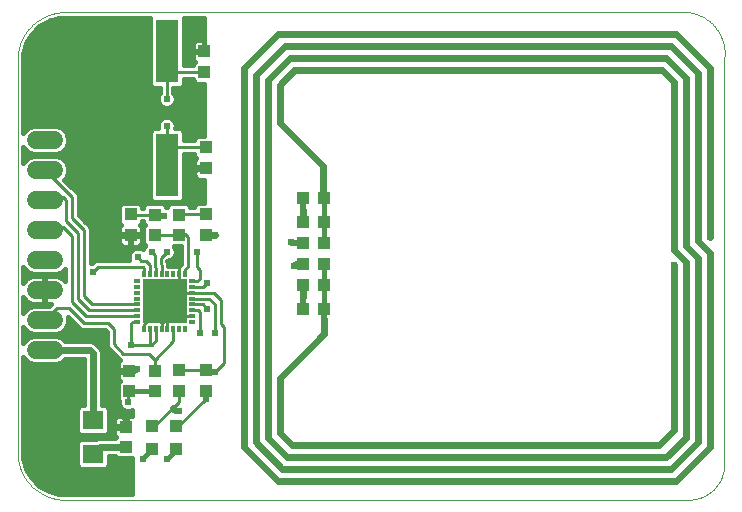
<source format=gtl>
G75*
%MOIN*%
%OFA0B0*%
%FSLAX25Y25*%
%IPPOS*%
%LPD*%
%AMOC8*
5,1,8,0,0,1.08239X$1,22.5*
%
%ADD10C,0.00000*%
%ADD11R,0.01181X0.01969*%
%ADD12R,0.01969X0.01181*%
%ADD13R,0.14567X0.14567*%
%ADD14R,0.04252X0.04134*%
%ADD15R,0.04331X0.03937*%
%ADD16R,0.07600X0.21000*%
%ADD17R,0.01693X0.01102*%
%ADD18R,0.03937X0.03937*%
%ADD19R,0.04134X0.04252*%
%ADD20C,0.06000*%
%ADD21R,0.07098X0.06299*%
%ADD22C,0.01000*%
%ADD23C,0.02381*%
%ADD24C,0.01600*%
%ADD25C,0.03169*%
%ADD26C,0.02000*%
%ADD27C,0.02400*%
D10*
X0021911Y0017616D02*
X0021911Y0148679D01*
X0021910Y0148679D02*
X0021915Y0149064D01*
X0021929Y0149450D01*
X0021953Y0149835D01*
X0021987Y0150219D01*
X0022029Y0150603D01*
X0022082Y0150985D01*
X0022143Y0151366D01*
X0022214Y0151745D01*
X0022294Y0152122D01*
X0022383Y0152498D01*
X0022482Y0152871D01*
X0022589Y0153241D01*
X0022706Y0153609D01*
X0022832Y0153974D01*
X0022966Y0154335D01*
X0023110Y0154693D01*
X0023262Y0155048D01*
X0023423Y0155399D01*
X0023592Y0155745D01*
X0023770Y0156088D01*
X0023956Y0156426D01*
X0024150Y0156759D01*
X0024353Y0157087D01*
X0024563Y0157411D01*
X0024781Y0157729D01*
X0025007Y0158041D01*
X0025241Y0158348D01*
X0025482Y0158650D01*
X0025730Y0158945D01*
X0025986Y0159234D01*
X0026249Y0159516D01*
X0026518Y0159792D01*
X0026794Y0160062D01*
X0027077Y0160324D01*
X0027366Y0160580D01*
X0027661Y0160828D01*
X0027962Y0161070D01*
X0028269Y0161303D01*
X0028582Y0161529D01*
X0028900Y0161747D01*
X0029223Y0161958D01*
X0029552Y0162160D01*
X0029885Y0162355D01*
X0030223Y0162541D01*
X0030565Y0162719D01*
X0030912Y0162888D01*
X0031263Y0163049D01*
X0031617Y0163201D01*
X0031975Y0163344D01*
X0032337Y0163479D01*
X0032702Y0163604D01*
X0033070Y0163721D01*
X0033440Y0163828D01*
X0033813Y0163927D01*
X0034188Y0164016D01*
X0034566Y0164096D01*
X0034945Y0164167D01*
X0035326Y0164229D01*
X0035708Y0164281D01*
X0036091Y0164323D01*
X0036476Y0164357D01*
X0036861Y0164381D01*
X0037246Y0164395D01*
X0037632Y0164400D01*
X0037633Y0164400D02*
X0245533Y0164400D01*
X0245533Y0164399D02*
X0245866Y0164349D01*
X0246197Y0164291D01*
X0246528Y0164225D01*
X0246856Y0164151D01*
X0247183Y0164070D01*
X0247507Y0163980D01*
X0247829Y0163882D01*
X0248149Y0163777D01*
X0248466Y0163664D01*
X0248780Y0163544D01*
X0249092Y0163416D01*
X0249400Y0163280D01*
X0249705Y0163137D01*
X0250006Y0162987D01*
X0250303Y0162829D01*
X0250597Y0162664D01*
X0250886Y0162493D01*
X0251172Y0162314D01*
X0251452Y0162128D01*
X0251729Y0161936D01*
X0252000Y0161737D01*
X0252267Y0161532D01*
X0252529Y0161320D01*
X0252785Y0161102D01*
X0253036Y0160878D01*
X0253282Y0160647D01*
X0253522Y0160411D01*
X0253756Y0160169D01*
X0253984Y0159922D01*
X0254207Y0159669D01*
X0254423Y0159411D01*
X0254632Y0159148D01*
X0254836Y0158879D01*
X0255032Y0158606D01*
X0255223Y0158329D01*
X0255406Y0158046D01*
X0255583Y0157760D01*
X0255752Y0157469D01*
X0255914Y0157174D01*
X0256070Y0156875D01*
X0256218Y0156573D01*
X0256358Y0156267D01*
X0256492Y0155958D01*
X0256617Y0155646D01*
X0256735Y0155330D01*
X0256846Y0155012D01*
X0256949Y0154692D01*
X0257044Y0154369D01*
X0257131Y0154044D01*
X0257210Y0153717D01*
X0257281Y0153388D01*
X0257345Y0153057D01*
X0257400Y0152725D01*
X0257447Y0152392D01*
X0257487Y0152057D01*
X0257518Y0151722D01*
X0257541Y0151386D01*
X0257556Y0151050D01*
X0257563Y0150713D01*
X0257561Y0150377D01*
X0257552Y0150040D01*
X0257534Y0149704D01*
X0257508Y0149368D01*
X0257475Y0149034D01*
X0257433Y0148700D01*
X0257415Y0013710D01*
X0257412Y0013425D01*
X0257402Y0013140D01*
X0257385Y0012855D01*
X0257361Y0012570D01*
X0257330Y0012286D01*
X0257293Y0012003D01*
X0257248Y0011721D01*
X0257197Y0011440D01*
X0257139Y0011161D01*
X0257074Y0010883D01*
X0257003Y0010606D01*
X0256925Y0010332D01*
X0256840Y0010059D01*
X0256748Y0009788D01*
X0256651Y0009520D01*
X0256546Y0009254D01*
X0256436Y0008991D01*
X0256319Y0008731D01*
X0256195Y0008473D01*
X0256066Y0008219D01*
X0255930Y0007968D01*
X0255788Y0007720D01*
X0255641Y0007475D01*
X0255487Y0007235D01*
X0255328Y0006998D01*
X0255163Y0006765D01*
X0254992Y0006536D01*
X0254816Y0006311D01*
X0254635Y0006091D01*
X0254448Y0005875D01*
X0254256Y0005663D01*
X0254059Y0005456D01*
X0253858Y0005255D01*
X0253651Y0005058D01*
X0253439Y0004866D01*
X0253223Y0004679D01*
X0253003Y0004498D01*
X0252778Y0004322D01*
X0252549Y0004151D01*
X0252316Y0003986D01*
X0252079Y0003827D01*
X0251839Y0003673D01*
X0251594Y0003526D01*
X0251346Y0003384D01*
X0251095Y0003248D01*
X0250841Y0003119D01*
X0250583Y0002995D01*
X0250323Y0002878D01*
X0250060Y0002768D01*
X0249794Y0002663D01*
X0249526Y0002566D01*
X0249255Y0002474D01*
X0248982Y0002389D01*
X0248708Y0002311D01*
X0248431Y0002240D01*
X0248153Y0002175D01*
X0247874Y0002117D01*
X0247593Y0002066D01*
X0247311Y0002021D01*
X0247028Y0001984D01*
X0246744Y0001953D01*
X0246459Y0001929D01*
X0246174Y0001912D01*
X0245889Y0001902D01*
X0245604Y0001899D01*
X0037628Y0001868D01*
X0037242Y0001874D01*
X0036856Y0001888D01*
X0036471Y0001913D01*
X0036087Y0001947D01*
X0035703Y0001990D01*
X0035321Y0002043D01*
X0034940Y0002105D01*
X0034560Y0002176D01*
X0034183Y0002256D01*
X0033807Y0002346D01*
X0033434Y0002445D01*
X0033064Y0002553D01*
X0032696Y0002671D01*
X0032331Y0002797D01*
X0031969Y0002932D01*
X0031611Y0003076D01*
X0031256Y0003228D01*
X0030906Y0003390D01*
X0030559Y0003559D01*
X0030217Y0003738D01*
X0029879Y0003924D01*
X0029545Y0004119D01*
X0029217Y0004322D01*
X0028894Y0004533D01*
X0028576Y0004752D01*
X0028263Y0004978D01*
X0027956Y0005212D01*
X0027655Y0005454D01*
X0027360Y0005703D01*
X0027071Y0005959D01*
X0026789Y0006222D01*
X0026513Y0006491D01*
X0026243Y0006768D01*
X0025981Y0007051D01*
X0025725Y0007340D01*
X0025477Y0007636D01*
X0025236Y0007938D01*
X0025003Y0008245D01*
X0024777Y0008558D01*
X0024559Y0008877D01*
X0024348Y0009200D01*
X0024146Y0009529D01*
X0023952Y0009863D01*
X0023766Y0010201D01*
X0023588Y0010544D01*
X0023419Y0010891D01*
X0023259Y0011242D01*
X0023107Y0011597D01*
X0022964Y0011955D01*
X0022829Y0012317D01*
X0022704Y0012682D01*
X0022587Y0013050D01*
X0022480Y0013421D01*
X0022382Y0013794D01*
X0022293Y0014170D01*
X0022213Y0014548D01*
X0022142Y0014927D01*
X0022081Y0015308D01*
X0022029Y0015691D01*
X0021987Y0016074D01*
X0021954Y0016459D01*
X0021930Y0016844D01*
X0021916Y0017230D01*
X0021911Y0017616D01*
D11*
X0063974Y0058923D03*
X0065942Y0058923D03*
X0067911Y0058923D03*
X0069879Y0058923D03*
X0071848Y0058923D03*
X0073816Y0058923D03*
X0075785Y0058923D03*
X0077753Y0058923D03*
X0077753Y0077033D03*
X0075785Y0077033D03*
X0073816Y0077033D03*
X0071848Y0077033D03*
X0069879Y0077033D03*
X0067911Y0077033D03*
X0065942Y0077033D03*
X0063974Y0077033D03*
D12*
X0061808Y0074868D03*
X0061808Y0072899D03*
X0061808Y0070931D03*
X0061808Y0068962D03*
X0061808Y0066994D03*
X0061808Y0065025D03*
X0061808Y0063057D03*
X0061808Y0061088D03*
X0079919Y0061088D03*
X0079919Y0063057D03*
X0079919Y0065025D03*
X0079919Y0066994D03*
X0079919Y0068962D03*
X0079919Y0070931D03*
X0079919Y0072899D03*
X0079919Y0074868D03*
D13*
X0070863Y0067978D03*
D14*
X0075533Y0045045D03*
X0084533Y0045045D03*
X0084533Y0038155D03*
X0075533Y0038155D03*
X0059155Y0037986D03*
X0059155Y0044876D03*
X0059533Y0090155D03*
X0059533Y0097045D03*
X0084533Y0097045D03*
X0084533Y0090155D03*
X0084655Y0112486D03*
X0084655Y0119376D03*
X0084155Y0144486D03*
X0084155Y0151376D03*
D15*
X0075533Y0096946D03*
X0067533Y0096946D03*
X0067533Y0090254D03*
X0075533Y0090254D03*
X0067533Y0044946D03*
X0067533Y0038254D03*
X0057933Y0026146D03*
X0057933Y0019454D03*
D16*
X0071655Y0113431D03*
X0071655Y0151431D03*
D17*
X0123533Y0112604D03*
X0123533Y0110596D03*
X0123933Y0060004D03*
X0123933Y0057996D03*
D18*
X0074533Y0026537D03*
X0066533Y0026537D03*
X0066533Y0018663D03*
X0074533Y0018663D03*
D19*
X0117088Y0065600D03*
X0123978Y0065600D03*
X0123978Y0073600D03*
X0117088Y0073600D03*
X0117088Y0080600D03*
X0123978Y0080600D03*
X0123978Y0087600D03*
X0117088Y0087600D03*
X0117088Y0094600D03*
X0123978Y0094600D03*
X0123978Y0102600D03*
X0117088Y0102600D03*
D20*
X0033933Y0101800D02*
X0027933Y0101800D01*
X0027933Y0091800D02*
X0033933Y0091800D01*
X0033933Y0081800D02*
X0027933Y0081800D01*
X0027933Y0071800D02*
X0033933Y0071800D01*
X0033933Y0061800D02*
X0027933Y0061800D01*
X0027933Y0051800D02*
X0033933Y0051800D01*
X0033933Y0111800D02*
X0027933Y0111800D01*
X0027933Y0121800D02*
X0033933Y0121800D01*
D21*
X0046933Y0028398D03*
X0046933Y0017202D03*
D22*
X0066533Y0026537D02*
X0067470Y0026537D01*
X0073533Y0032600D01*
X0073533Y0032400D01*
X0073533Y0032600D02*
X0075533Y0034600D01*
X0075533Y0038155D01*
X0084533Y0038155D02*
X0084533Y0035600D01*
X0075470Y0026537D01*
X0074533Y0026537D01*
X0071533Y0015663D02*
X0071533Y0015600D01*
X0058533Y0034600D02*
X0058533Y0037364D01*
X0059155Y0037986D01*
X0067533Y0044946D02*
X0067533Y0048600D01*
X0065533Y0050600D01*
X0057133Y0050600D01*
X0053933Y0053800D01*
X0053933Y0058800D01*
X0051933Y0060800D01*
X0043933Y0060800D01*
X0038933Y0065800D01*
X0034933Y0065800D01*
X0030933Y0061800D01*
X0039933Y0067800D02*
X0039933Y0089800D01*
X0036933Y0092800D01*
X0031933Y0092800D01*
X0030933Y0091800D01*
X0037933Y0094800D02*
X0037933Y0101800D01*
X0036933Y0102800D01*
X0031933Y0102800D01*
X0030933Y0101800D01*
X0037933Y0094800D02*
X0041933Y0090800D01*
X0041933Y0068800D01*
X0045707Y0065025D01*
X0061808Y0065025D01*
X0061808Y0066994D02*
X0046739Y0066994D01*
X0043933Y0069800D01*
X0043933Y0091800D01*
X0039933Y0095800D01*
X0039933Y0102800D01*
X0030933Y0111800D01*
X0059533Y0097045D02*
X0059631Y0096946D01*
X0067533Y0096946D01*
X0067879Y0096600D01*
X0070533Y0096600D01*
X0075533Y0096946D02*
X0075631Y0097045D01*
X0084533Y0097045D01*
X0077533Y0090600D02*
X0075879Y0090600D01*
X0075533Y0090254D01*
X0067533Y0090254D01*
X0066533Y0084600D02*
X0067533Y0083600D01*
X0067533Y0079600D01*
X0067911Y0079222D01*
X0067911Y0077033D01*
X0069879Y0077033D02*
X0069879Y0080254D01*
X0069533Y0080600D01*
X0069533Y0082600D01*
X0071533Y0084600D01*
X0074533Y0082600D02*
X0075785Y0081348D01*
X0075785Y0077033D01*
X0075785Y0072348D01*
X0075281Y0072348D01*
X0074533Y0071600D01*
X0074533Y0064600D01*
X0073533Y0063600D01*
X0073533Y0063057D01*
X0071989Y0063057D01*
X0071533Y0062600D01*
X0069879Y0060946D01*
X0069426Y0061400D01*
X0068533Y0061400D01*
X0068533Y0063600D01*
X0067533Y0064600D01*
X0067533Y0071600D01*
X0065942Y0077033D02*
X0065942Y0080191D01*
X0064533Y0081600D01*
X0063133Y0081600D01*
X0061933Y0082800D01*
X0063533Y0079600D02*
X0048733Y0079600D01*
X0046933Y0077800D01*
X0039933Y0067800D02*
X0044676Y0063057D01*
X0061808Y0063057D01*
X0061808Y0061088D02*
X0060021Y0061088D01*
X0059533Y0060600D01*
X0059533Y0053600D01*
X0065533Y0053600D01*
X0065942Y0054009D01*
X0065942Y0058923D01*
X0063974Y0058923D02*
X0063974Y0060441D01*
X0064933Y0061400D01*
X0068533Y0061400D01*
X0069879Y0060946D02*
X0069879Y0058923D01*
X0067911Y0058923D02*
X0067911Y0054978D01*
X0066533Y0053600D01*
X0065533Y0053600D01*
X0067533Y0048600D02*
X0073816Y0054883D01*
X0073816Y0058923D01*
X0071848Y0058923D02*
X0071848Y0062285D01*
X0071533Y0062600D01*
X0073533Y0063057D02*
X0079919Y0063057D01*
X0082107Y0065025D02*
X0082533Y0064600D01*
X0082533Y0057600D01*
X0087533Y0057600D02*
X0087533Y0067000D01*
X0085570Y0068962D01*
X0079919Y0068962D01*
X0079919Y0066994D02*
X0083539Y0066994D01*
X0084933Y0065600D01*
X0082107Y0065025D02*
X0079919Y0065025D01*
X0079919Y0070931D02*
X0077202Y0070931D01*
X0075785Y0072348D01*
X0079919Y0072899D02*
X0083832Y0072899D01*
X0084933Y0074000D01*
X0082533Y0075600D02*
X0082533Y0078600D01*
X0081533Y0079600D01*
X0081533Y0084600D01*
X0078533Y0079600D02*
X0077753Y0078820D01*
X0077753Y0077033D01*
X0078533Y0079600D02*
X0078533Y0089600D01*
X0077533Y0090600D01*
X0063974Y0079159D02*
X0063533Y0079600D01*
X0063974Y0079159D02*
X0063974Y0077033D01*
X0059533Y0085600D02*
X0059533Y0090155D01*
X0079919Y0074868D02*
X0081800Y0074868D01*
X0082533Y0075600D01*
X0079919Y0070931D02*
X0087202Y0070931D01*
X0089533Y0068600D01*
X0089533Y0060600D01*
X0090533Y0059600D01*
X0090533Y0047600D01*
X0087533Y0044600D01*
X0084978Y0044600D01*
X0084533Y0045045D01*
X0075533Y0045045D01*
X0078533Y0108600D02*
X0082419Y0112486D01*
X0084655Y0112486D01*
X0084655Y0119376D02*
X0074308Y0119376D01*
X0071533Y0116600D01*
X0071533Y0113553D01*
X0071655Y0113431D01*
X0071533Y0116600D02*
X0071533Y0126600D01*
X0071533Y0135600D02*
X0071533Y0146600D01*
X0073647Y0144486D01*
X0084155Y0144486D01*
X0084155Y0151376D02*
X0084155Y0155578D01*
X0081933Y0157800D01*
X0071655Y0151431D02*
X0071533Y0151309D01*
X0071533Y0146600D01*
D23*
X0071533Y0135600D03*
X0071533Y0126600D03*
X0078533Y0108600D03*
X0070533Y0096600D03*
X0059533Y0085600D03*
X0061933Y0082800D03*
X0066533Y0084600D03*
X0071533Y0084600D03*
X0074533Y0082600D03*
X0081533Y0084600D03*
X0087733Y0090200D03*
X0101333Y0083800D03*
X0112933Y0087800D03*
X0113933Y0079800D03*
X0117088Y0069600D03*
X0087533Y0057600D03*
X0082533Y0057600D03*
X0084933Y0065600D03*
X0084933Y0074000D03*
X0059533Y0053600D03*
X0061533Y0045600D03*
X0058533Y0034600D03*
X0075533Y0031600D03*
X0084533Y0035600D03*
X0087533Y0044600D03*
X0071533Y0015600D03*
X0063533Y0015600D03*
X0046933Y0077800D03*
X0117133Y0098600D03*
X0123533Y0108796D03*
X0081933Y0157800D03*
X0240533Y0080000D03*
X0252533Y0089600D03*
D24*
X0023830Y0015798D02*
X0024770Y0012285D01*
X0026586Y0009134D01*
X0029155Y0006560D01*
X0032302Y0004738D01*
X0035813Y0003791D01*
X0037631Y0003668D01*
X0059933Y0003672D01*
X0059933Y0015685D01*
X0055022Y0015685D01*
X0054253Y0016454D01*
X0052282Y0016454D01*
X0052282Y0013306D01*
X0051227Y0012252D01*
X0042638Y0012252D01*
X0041583Y0013306D01*
X0041583Y0021097D01*
X0042638Y0022151D01*
X0047858Y0022151D01*
X0048588Y0022454D01*
X0054253Y0022454D01*
X0054600Y0022800D01*
X0054327Y0023073D01*
X0054090Y0023483D01*
X0053967Y0023941D01*
X0053967Y0025962D01*
X0057748Y0025962D01*
X0057748Y0026331D01*
X0053967Y0026331D01*
X0053967Y0028352D01*
X0054090Y0028810D01*
X0054327Y0029220D01*
X0054662Y0029555D01*
X0055073Y0029792D01*
X0055530Y0029915D01*
X0057748Y0029915D01*
X0057748Y0026331D01*
X0058117Y0026331D01*
X0058117Y0029915D01*
X0059933Y0029915D01*
X0059933Y0031943D01*
X0059128Y0031609D01*
X0057938Y0031609D01*
X0056839Y0032065D01*
X0055997Y0032906D01*
X0055542Y0034005D01*
X0055542Y0034860D01*
X0055229Y0035173D01*
X0055229Y0040798D01*
X0055861Y0041431D01*
X0055588Y0041703D01*
X0055351Y0042114D01*
X0055229Y0042572D01*
X0055229Y0044642D01*
X0058921Y0044642D01*
X0058921Y0045109D01*
X0055229Y0045109D01*
X0055229Y0047179D01*
X0055351Y0047637D01*
X0055588Y0048048D01*
X0055924Y0048383D01*
X0056034Y0048446D01*
X0052980Y0051500D01*
X0051633Y0052847D01*
X0051633Y0057847D01*
X0050980Y0058500D01*
X0042980Y0058500D01*
X0038733Y0062747D01*
X0038733Y0060845D01*
X0038002Y0059081D01*
X0036652Y0057731D01*
X0034887Y0057000D01*
X0026978Y0057000D01*
X0025214Y0057731D01*
X0023863Y0059081D01*
X0023711Y0059450D01*
X0023711Y0054150D01*
X0023863Y0054519D01*
X0025214Y0055869D01*
X0026978Y0056600D01*
X0034887Y0056600D01*
X0036652Y0055869D01*
X0037721Y0054800D01*
X0046529Y0054800D01*
X0047632Y0054343D01*
X0048476Y0053499D01*
X0049476Y0052499D01*
X0049933Y0051397D01*
X0049933Y0033348D01*
X0051227Y0033348D01*
X0052282Y0032294D01*
X0052282Y0024503D01*
X0051227Y0023449D01*
X0042638Y0023449D01*
X0041583Y0024503D01*
X0041583Y0032294D01*
X0042638Y0033348D01*
X0043933Y0033348D01*
X0043933Y0048800D01*
X0037721Y0048800D01*
X0036652Y0047731D01*
X0034887Y0047000D01*
X0026978Y0047000D01*
X0025214Y0047731D01*
X0023863Y0049081D01*
X0023711Y0049450D01*
X0023711Y0017616D01*
X0023830Y0015798D01*
X0023804Y0016187D02*
X0041583Y0016187D01*
X0041583Y0017785D02*
X0023711Y0017785D01*
X0023711Y0019384D02*
X0041583Y0019384D01*
X0041583Y0020982D02*
X0023711Y0020982D01*
X0023711Y0022581D02*
X0054380Y0022581D01*
X0053967Y0024179D02*
X0051958Y0024179D01*
X0052282Y0025778D02*
X0053967Y0025778D01*
X0053967Y0027376D02*
X0052282Y0027376D01*
X0052282Y0028975D02*
X0054185Y0028975D01*
X0052282Y0030573D02*
X0059933Y0030573D01*
X0058117Y0028975D02*
X0057748Y0028975D01*
X0057748Y0027376D02*
X0058117Y0027376D01*
X0056732Y0032172D02*
X0052282Y0032172D01*
X0049933Y0033770D02*
X0055639Y0033770D01*
X0055229Y0035369D02*
X0049933Y0035369D01*
X0049933Y0036967D02*
X0055229Y0036967D01*
X0055229Y0038566D02*
X0049933Y0038566D01*
X0049933Y0040164D02*
X0055229Y0040164D01*
X0055554Y0041763D02*
X0049933Y0041763D01*
X0049933Y0043361D02*
X0055229Y0043361D01*
X0058921Y0044960D02*
X0049933Y0044960D01*
X0049933Y0046558D02*
X0055229Y0046558D01*
X0055697Y0048157D02*
X0049933Y0048157D01*
X0049933Y0049755D02*
X0054725Y0049755D01*
X0053126Y0051354D02*
X0049933Y0051354D01*
X0049023Y0052952D02*
X0051633Y0052952D01*
X0051633Y0054551D02*
X0047131Y0054551D01*
X0051633Y0056149D02*
X0035975Y0056149D01*
X0036669Y0057748D02*
X0051633Y0057748D01*
X0042134Y0059346D02*
X0038112Y0059346D01*
X0038733Y0060945D02*
X0040535Y0060945D01*
X0038937Y0062543D02*
X0038733Y0062543D01*
X0032880Y0067000D02*
X0032480Y0066600D01*
X0026978Y0066600D01*
X0025214Y0065869D01*
X0023863Y0064519D01*
X0023711Y0064150D01*
X0023711Y0069513D01*
X0023827Y0069284D01*
X0024271Y0068673D01*
X0024806Y0068139D01*
X0025417Y0067695D01*
X0026090Y0067352D01*
X0026809Y0067118D01*
X0027555Y0067000D01*
X0030733Y0067000D01*
X0030733Y0071600D01*
X0031133Y0071600D01*
X0031133Y0067000D01*
X0032880Y0067000D01*
X0031133Y0067339D02*
X0030733Y0067339D01*
X0030733Y0068937D02*
X0031133Y0068937D01*
X0031133Y0070536D02*
X0030733Y0070536D01*
X0030733Y0072000D02*
X0030733Y0076600D01*
X0027555Y0076600D01*
X0026809Y0076482D01*
X0026090Y0076248D01*
X0025417Y0075905D01*
X0024806Y0075461D01*
X0024271Y0074927D01*
X0023827Y0074316D01*
X0023711Y0074087D01*
X0023711Y0079450D01*
X0023863Y0079081D01*
X0025214Y0077731D01*
X0026978Y0077000D01*
X0034887Y0077000D01*
X0036652Y0077731D01*
X0037633Y0078712D01*
X0037633Y0074874D01*
X0037594Y0074927D01*
X0037060Y0075461D01*
X0036448Y0075905D01*
X0035775Y0076248D01*
X0035057Y0076482D01*
X0034310Y0076600D01*
X0031133Y0076600D01*
X0031133Y0072000D01*
X0030733Y0072000D01*
X0030733Y0072134D02*
X0031133Y0072134D01*
X0031133Y0073733D02*
X0030733Y0073733D01*
X0030733Y0075332D02*
X0031133Y0075332D01*
X0024676Y0075332D02*
X0023711Y0075332D01*
X0023711Y0076930D02*
X0037633Y0076930D01*
X0037633Y0075332D02*
X0037189Y0075332D01*
X0037449Y0078529D02*
X0037633Y0078529D01*
X0046233Y0080747D02*
X0046233Y0092753D01*
X0042233Y0096753D01*
X0042233Y0103753D01*
X0037453Y0108532D01*
X0038002Y0109081D01*
X0038733Y0110845D01*
X0038733Y0112755D01*
X0038002Y0114519D01*
X0036652Y0115869D01*
X0034887Y0116600D01*
X0026978Y0116600D01*
X0025214Y0115869D01*
X0023863Y0114519D01*
X0023711Y0114150D01*
X0023711Y0119450D01*
X0023863Y0119081D01*
X0025214Y0117731D01*
X0026978Y0117000D01*
X0034887Y0117000D01*
X0036652Y0117731D01*
X0038002Y0119081D01*
X0038733Y0120845D01*
X0038733Y0122755D01*
X0038002Y0124519D01*
X0036652Y0125869D01*
X0034887Y0126600D01*
X0026978Y0126600D01*
X0025214Y0125869D01*
X0023863Y0124519D01*
X0023711Y0124150D01*
X0023711Y0148678D01*
X0023831Y0150494D01*
X0024773Y0154004D01*
X0026591Y0157151D01*
X0029160Y0159720D01*
X0032307Y0161538D01*
X0035817Y0162480D01*
X0037634Y0162600D01*
X0066055Y0162600D01*
X0066055Y0140185D01*
X0067109Y0139131D01*
X0069233Y0139131D01*
X0069233Y0137529D01*
X0068997Y0137294D01*
X0068542Y0136195D01*
X0068542Y0135005D01*
X0068997Y0133906D01*
X0069839Y0133065D01*
X0070938Y0132609D01*
X0072128Y0132609D01*
X0073227Y0133065D01*
X0074068Y0133906D01*
X0074523Y0135005D01*
X0074523Y0136195D01*
X0074068Y0137294D01*
X0073833Y0137529D01*
X0073833Y0139131D01*
X0076200Y0139131D01*
X0077255Y0140185D01*
X0077255Y0142186D01*
X0080229Y0142186D01*
X0080229Y0141673D01*
X0081283Y0140619D01*
X0083933Y0140619D01*
X0083933Y0123243D01*
X0081783Y0123243D01*
X0080729Y0122188D01*
X0080729Y0121676D01*
X0077255Y0121676D01*
X0077255Y0124676D01*
X0076200Y0125731D01*
X0074410Y0125731D01*
X0074523Y0126005D01*
X0074523Y0127195D01*
X0074068Y0128294D01*
X0073227Y0129135D01*
X0072128Y0129591D01*
X0070938Y0129591D01*
X0069839Y0129135D01*
X0068997Y0128294D01*
X0068542Y0127195D01*
X0068542Y0126005D01*
X0068656Y0125731D01*
X0067109Y0125731D01*
X0066055Y0124676D01*
X0066055Y0102185D01*
X0067109Y0101131D01*
X0076200Y0101131D01*
X0077255Y0102185D01*
X0077255Y0117076D01*
X0080729Y0117076D01*
X0080729Y0116563D01*
X0081361Y0115931D01*
X0081088Y0115658D01*
X0080851Y0115248D01*
X0080729Y0114790D01*
X0080729Y0112719D01*
X0083933Y0112719D01*
X0083933Y0112252D01*
X0080729Y0112252D01*
X0080729Y0110182D01*
X0080851Y0109724D01*
X0081088Y0109314D01*
X0081424Y0108979D01*
X0081834Y0108742D01*
X0082292Y0108619D01*
X0083933Y0108619D01*
X0083933Y0100912D01*
X0081661Y0100912D01*
X0080607Y0099857D01*
X0080607Y0099345D01*
X0079498Y0099345D01*
X0079498Y0099661D01*
X0078444Y0100715D01*
X0072622Y0100715D01*
X0071567Y0099661D01*
X0071567Y0099408D01*
X0071498Y0099437D01*
X0071498Y0099661D01*
X0070444Y0100715D01*
X0064622Y0100715D01*
X0063567Y0099661D01*
X0063567Y0099246D01*
X0063459Y0099246D01*
X0063459Y0099857D01*
X0062404Y0100912D01*
X0056661Y0100912D01*
X0055607Y0099857D01*
X0055607Y0094232D01*
X0056239Y0093600D01*
X0055966Y0093327D01*
X0055729Y0092917D01*
X0055607Y0092459D01*
X0055607Y0090389D01*
X0059299Y0090389D01*
X0059299Y0089922D01*
X0055607Y0089922D01*
X0055607Y0087851D01*
X0055729Y0087393D01*
X0055966Y0086983D01*
X0056301Y0086648D01*
X0056712Y0086411D01*
X0057170Y0086288D01*
X0059299Y0086288D01*
X0059299Y0089922D01*
X0059766Y0089922D01*
X0059766Y0090389D01*
X0063459Y0090389D01*
X0063459Y0092459D01*
X0063336Y0092917D01*
X0063099Y0093327D01*
X0062826Y0093600D01*
X0063459Y0094232D01*
X0063459Y0094646D01*
X0063567Y0094646D01*
X0063567Y0094232D01*
X0064200Y0093600D01*
X0063567Y0092968D01*
X0063567Y0087539D01*
X0064405Y0086702D01*
X0063997Y0086294D01*
X0063604Y0085345D01*
X0062528Y0085791D01*
X0061338Y0085791D01*
X0060239Y0085335D01*
X0059397Y0084494D01*
X0058942Y0083395D01*
X0058942Y0082205D01*
X0059069Y0081900D01*
X0047780Y0081900D01*
X0046671Y0080791D01*
X0046338Y0080791D01*
X0046233Y0080747D01*
X0046233Y0081726D02*
X0047606Y0081726D01*
X0046233Y0083324D02*
X0058942Y0083324D01*
X0059826Y0084923D02*
X0046233Y0084923D01*
X0046233Y0086521D02*
X0056521Y0086521D01*
X0055607Y0088120D02*
X0046233Y0088120D01*
X0046233Y0089718D02*
X0055607Y0089718D01*
X0055607Y0091317D02*
X0046233Y0091317D01*
X0046070Y0092915D02*
X0055729Y0092915D01*
X0055607Y0094514D02*
X0044472Y0094514D01*
X0042873Y0096112D02*
X0055607Y0096112D01*
X0055607Y0097711D02*
X0042233Y0097711D01*
X0042233Y0099309D02*
X0055607Y0099309D01*
X0056657Y0100908D02*
X0042233Y0100908D01*
X0042233Y0102506D02*
X0066055Y0102506D01*
X0066055Y0104105D02*
X0041881Y0104105D01*
X0040282Y0105703D02*
X0066055Y0105703D01*
X0066055Y0107302D02*
X0038684Y0107302D01*
X0037821Y0108900D02*
X0066055Y0108900D01*
X0066055Y0110499D02*
X0038589Y0110499D01*
X0038733Y0112097D02*
X0066055Y0112097D01*
X0066055Y0113696D02*
X0038343Y0113696D01*
X0037227Y0115294D02*
X0066055Y0115294D01*
X0066055Y0116893D02*
X0023711Y0116893D01*
X0023711Y0118491D02*
X0024453Y0118491D01*
X0024639Y0115294D02*
X0023711Y0115294D01*
X0023711Y0124885D02*
X0024230Y0124885D01*
X0023711Y0126484D02*
X0026698Y0126484D01*
X0023711Y0128082D02*
X0068910Y0128082D01*
X0068542Y0126484D02*
X0035168Y0126484D01*
X0037636Y0124885D02*
X0066264Y0124885D01*
X0066055Y0123287D02*
X0038512Y0123287D01*
X0038733Y0121688D02*
X0066055Y0121688D01*
X0066055Y0120090D02*
X0038420Y0120090D01*
X0037412Y0118491D02*
X0066055Y0118491D01*
X0077255Y0116893D02*
X0080729Y0116893D01*
X0080878Y0115294D02*
X0077255Y0115294D01*
X0077255Y0113696D02*
X0080729Y0113696D01*
X0080729Y0112097D02*
X0077255Y0112097D01*
X0077255Y0110499D02*
X0080729Y0110499D01*
X0081559Y0108900D02*
X0077255Y0108900D01*
X0077255Y0107302D02*
X0083933Y0107302D01*
X0083933Y0105703D02*
X0077255Y0105703D01*
X0077255Y0104105D02*
X0083933Y0104105D01*
X0083933Y0102506D02*
X0077255Y0102506D01*
X0081657Y0100908D02*
X0062408Y0100908D01*
X0063459Y0099309D02*
X0063567Y0099309D01*
X0063567Y0094514D02*
X0063459Y0094514D01*
X0063567Y0092915D02*
X0063336Y0092915D01*
X0063459Y0091317D02*
X0063567Y0091317D01*
X0063459Y0089922D02*
X0059766Y0089922D01*
X0059766Y0086288D01*
X0061896Y0086288D01*
X0062353Y0086411D01*
X0062764Y0086648D01*
X0063099Y0086983D01*
X0063336Y0087393D01*
X0063459Y0087851D01*
X0063459Y0089922D01*
X0063459Y0089718D02*
X0063567Y0089718D01*
X0063567Y0088120D02*
X0063459Y0088120D01*
X0064225Y0086521D02*
X0062544Y0086521D01*
X0059766Y0086521D02*
X0059299Y0086521D01*
X0059299Y0088120D02*
X0059766Y0088120D01*
X0059766Y0089718D02*
X0059299Y0089718D01*
X0071833Y0081609D02*
X0072128Y0081609D01*
X0073227Y0082065D01*
X0074068Y0082906D01*
X0074523Y0084005D01*
X0074523Y0085195D01*
X0074068Y0086294D01*
X0073877Y0086485D01*
X0076233Y0086485D01*
X0076233Y0080553D01*
X0075497Y0079817D01*
X0072179Y0079817D01*
X0072179Y0081206D01*
X0071833Y0081553D01*
X0071833Y0081609D01*
X0072408Y0081726D02*
X0076233Y0081726D01*
X0076233Y0083324D02*
X0074241Y0083324D01*
X0074523Y0084923D02*
X0076233Y0084923D01*
X0075807Y0080127D02*
X0072179Y0080127D01*
X0084533Y0090155D02*
X0085088Y0089600D01*
X0123978Y0087600D02*
X0123978Y0094600D01*
X0123978Y0102600D01*
X0123533Y0102600D01*
X0123533Y0105600D01*
X0123978Y0080600D02*
X0123978Y0073600D01*
X0123978Y0065600D01*
X0067533Y0038254D02*
X0059422Y0038254D01*
X0059155Y0037986D01*
X0059155Y0044876D02*
X0060808Y0044876D01*
X0061533Y0045600D01*
X0043933Y0044960D02*
X0023711Y0044960D01*
X0023711Y0046558D02*
X0043933Y0046558D01*
X0043933Y0048157D02*
X0037078Y0048157D01*
X0043933Y0043361D02*
X0023711Y0043361D01*
X0023711Y0041763D02*
X0043933Y0041763D01*
X0043933Y0040164D02*
X0023711Y0040164D01*
X0023711Y0038566D02*
X0043933Y0038566D01*
X0043933Y0036967D02*
X0023711Y0036967D01*
X0023711Y0035369D02*
X0043933Y0035369D01*
X0043933Y0033770D02*
X0023711Y0033770D01*
X0023711Y0032172D02*
X0041583Y0032172D01*
X0041583Y0030573D02*
X0023711Y0030573D01*
X0023711Y0028975D02*
X0041583Y0028975D01*
X0041583Y0027376D02*
X0023711Y0027376D01*
X0023711Y0025778D02*
X0041583Y0025778D01*
X0041908Y0024179D02*
X0023711Y0024179D01*
X0024153Y0014588D02*
X0041583Y0014588D01*
X0041900Y0012990D02*
X0024581Y0012990D01*
X0025285Y0011391D02*
X0059933Y0011391D01*
X0059933Y0009793D02*
X0026207Y0009793D01*
X0027524Y0008194D02*
X0059933Y0008194D01*
X0059933Y0006596D02*
X0029120Y0006596D01*
X0031854Y0004997D02*
X0059933Y0004997D01*
X0059933Y0012990D02*
X0051965Y0012990D01*
X0052282Y0014588D02*
X0059933Y0014588D01*
X0063533Y0015600D02*
X0063533Y0015663D01*
X0066533Y0018663D01*
X0071533Y0015600D02*
X0074533Y0018600D01*
X0074533Y0018663D01*
X0054520Y0016187D02*
X0052282Y0016187D01*
X0024788Y0048157D02*
X0023711Y0048157D01*
X0023711Y0054551D02*
X0023895Y0054551D01*
X0023711Y0056149D02*
X0025890Y0056149D01*
X0025197Y0057748D02*
X0023711Y0057748D01*
X0023711Y0059346D02*
X0023754Y0059346D01*
X0023711Y0065740D02*
X0025085Y0065740D01*
X0026129Y0067339D02*
X0023711Y0067339D01*
X0023711Y0068937D02*
X0024079Y0068937D01*
X0024416Y0078529D02*
X0023711Y0078529D01*
X0077255Y0121688D02*
X0080729Y0121688D01*
X0083933Y0123287D02*
X0077255Y0123287D01*
X0077046Y0124885D02*
X0083933Y0124885D01*
X0083933Y0126484D02*
X0074523Y0126484D01*
X0074156Y0128082D02*
X0083933Y0128082D01*
X0083933Y0129681D02*
X0023711Y0129681D01*
X0023711Y0131279D02*
X0083933Y0131279D01*
X0083933Y0132878D02*
X0072776Y0132878D01*
X0074304Y0134476D02*
X0083933Y0134476D01*
X0083933Y0136075D02*
X0074523Y0136075D01*
X0073833Y0137673D02*
X0083933Y0137673D01*
X0083933Y0139272D02*
X0076342Y0139272D01*
X0077255Y0140870D02*
X0081032Y0140870D01*
X0080229Y0146786D02*
X0077255Y0146786D01*
X0077255Y0162600D01*
X0083933Y0162600D01*
X0083933Y0151609D01*
X0083921Y0151609D01*
X0083921Y0151142D01*
X0080229Y0151142D01*
X0080229Y0149072D01*
X0080351Y0148614D01*
X0080588Y0148203D01*
X0080861Y0147931D01*
X0080229Y0147298D01*
X0080229Y0146786D01*
X0080229Y0147265D02*
X0077255Y0147265D01*
X0077255Y0148863D02*
X0080285Y0148863D01*
X0080229Y0150462D02*
X0077255Y0150462D01*
X0077255Y0152060D02*
X0080229Y0152060D01*
X0080229Y0151609D02*
X0083921Y0151609D01*
X0083921Y0155243D01*
X0081792Y0155243D01*
X0081334Y0155120D01*
X0080924Y0154883D01*
X0080588Y0154548D01*
X0080351Y0154137D01*
X0080229Y0153679D01*
X0080229Y0151609D01*
X0080229Y0153659D02*
X0077255Y0153659D01*
X0077255Y0155257D02*
X0083933Y0155257D01*
X0083921Y0153659D02*
X0083933Y0153659D01*
X0083921Y0152060D02*
X0083933Y0152060D01*
X0083933Y0156856D02*
X0077255Y0156856D01*
X0077255Y0158454D02*
X0083933Y0158454D01*
X0083933Y0160053D02*
X0077255Y0160053D01*
X0077255Y0161651D02*
X0083933Y0161651D01*
X0066055Y0161651D02*
X0032729Y0161651D01*
X0029736Y0160053D02*
X0066055Y0160053D01*
X0066055Y0158454D02*
X0027894Y0158454D01*
X0026420Y0156856D02*
X0066055Y0156856D01*
X0066055Y0155257D02*
X0025497Y0155257D01*
X0024680Y0153659D02*
X0066055Y0153659D01*
X0066055Y0152060D02*
X0024251Y0152060D01*
X0023829Y0150462D02*
X0066055Y0150462D01*
X0066055Y0148863D02*
X0023723Y0148863D01*
X0023711Y0147265D02*
X0066055Y0147265D01*
X0066055Y0145666D02*
X0023711Y0145666D01*
X0023711Y0144068D02*
X0066055Y0144068D01*
X0066055Y0142469D02*
X0023711Y0142469D01*
X0023711Y0140870D02*
X0066055Y0140870D01*
X0066968Y0139272D02*
X0023711Y0139272D01*
X0023711Y0137673D02*
X0069233Y0137673D01*
X0068542Y0136075D02*
X0023711Y0136075D01*
X0023711Y0134476D02*
X0068761Y0134476D01*
X0070290Y0132878D02*
X0023711Y0132878D01*
D25*
X0067533Y0071600D03*
X0070933Y0068000D03*
X0067533Y0064600D03*
X0074533Y0064600D03*
X0074533Y0071600D03*
D26*
X0085088Y0089600D02*
X0085042Y0089602D01*
X0084997Y0089608D01*
X0084952Y0089617D01*
X0084908Y0089630D01*
X0084865Y0089647D01*
X0084824Y0089667D01*
X0084784Y0089690D01*
X0084747Y0089717D01*
X0084712Y0089747D01*
X0084680Y0089779D01*
X0084650Y0089814D01*
X0084623Y0089851D01*
X0084600Y0089891D01*
X0084580Y0089932D01*
X0084563Y0089975D01*
X0084550Y0090019D01*
X0084541Y0090064D01*
X0084535Y0090109D01*
X0084533Y0090155D01*
X0112933Y0087800D02*
X0113133Y0087600D01*
X0117088Y0087600D01*
X0117088Y0080600D02*
X0114733Y0080600D01*
X0113933Y0079800D01*
X0117088Y0073600D02*
X0116088Y0072600D01*
X0117088Y0069600D02*
X0117088Y0065600D01*
X0123933Y0065600D02*
X0123933Y0062200D01*
X0123978Y0065600D02*
X0123933Y0065600D01*
X0117088Y0094600D02*
X0117133Y0094645D01*
X0117133Y0098600D02*
X0117088Y0098645D01*
X0117088Y0102600D01*
X0075533Y0031600D02*
X0074333Y0031600D01*
X0073533Y0032400D01*
D27*
X0057933Y0028800D02*
X0057933Y0026146D01*
X0057933Y0028800D02*
X0053933Y0032800D01*
X0053933Y0043800D01*
X0054933Y0044800D01*
X0059079Y0044800D01*
X0059155Y0044876D01*
X0046933Y0050800D02*
X0045933Y0051800D01*
X0030933Y0051800D01*
X0046933Y0050800D02*
X0046933Y0028398D01*
X0049185Y0019454D02*
X0046933Y0017202D01*
X0049185Y0019454D02*
X0057933Y0019454D01*
X0097333Y0019400D02*
X0097333Y0145800D01*
X0108533Y0157000D01*
X0241333Y0157000D01*
X0252533Y0145800D01*
X0252533Y0089600D01*
X0248533Y0088200D02*
X0252533Y0084200D01*
X0252533Y0019400D01*
X0241333Y0008200D01*
X0108533Y0008200D01*
X0097333Y0019400D01*
X0101333Y0021000D02*
X0101333Y0083800D01*
X0101333Y0143400D01*
X0110933Y0153000D01*
X0239733Y0153000D01*
X0248533Y0144200D01*
X0248533Y0088200D01*
X0244533Y0086600D02*
X0248533Y0082600D01*
X0248533Y0021000D01*
X0239733Y0012200D01*
X0110133Y0012200D01*
X0101333Y0021000D01*
X0105333Y0022600D02*
X0105333Y0141800D01*
X0112533Y0149000D01*
X0238133Y0149000D01*
X0244533Y0142600D01*
X0244533Y0086600D01*
X0240533Y0085000D02*
X0244533Y0081000D01*
X0244533Y0022600D01*
X0238133Y0016200D01*
X0111733Y0016200D01*
X0105333Y0022600D01*
X0109333Y0024200D02*
X0113333Y0020200D01*
X0235733Y0020200D01*
X0240533Y0025000D01*
X0240533Y0080000D01*
X0240533Y0085000D02*
X0240533Y0141000D01*
X0236533Y0145000D01*
X0114133Y0145000D01*
X0109333Y0140200D01*
X0109333Y0127400D01*
X0123533Y0113200D01*
X0123533Y0107800D01*
X0123533Y0108796D02*
X0123533Y0103045D01*
X0123978Y0102600D01*
X0123533Y0105600D02*
X0123533Y0108796D01*
X0117133Y0098600D02*
X0117088Y0098555D01*
X0117088Y0094600D01*
X0117088Y0073600D02*
X0117088Y0069600D01*
X0123933Y0062200D02*
X0123933Y0057200D01*
X0122733Y0056000D01*
X0123933Y0057200D02*
X0109333Y0042600D01*
X0109333Y0024200D01*
X0123933Y0057200D02*
X0123933Y0057996D01*
X0087733Y0090200D02*
X0085688Y0090200D01*
X0085088Y0089600D01*
M02*

</source>
